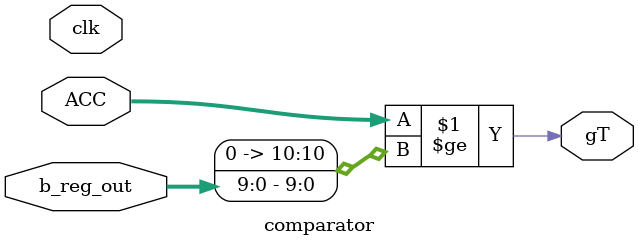
<source format=v>
module comparator (
  input wire clk,
  input wire [10:0] ACC,
  input wire [9:0] b_reg_out,
  output reg gT
);
  assign gT = (ACC >= {1'b0, b_reg_out});
endmodule

</source>
